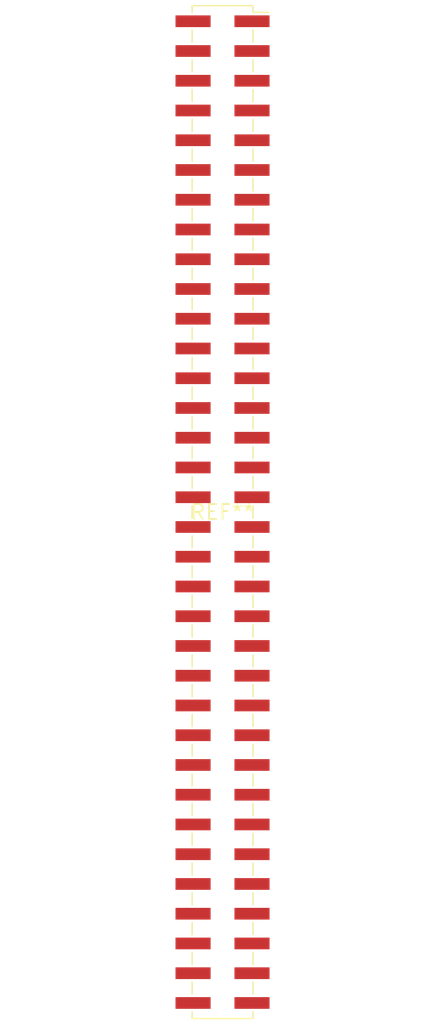
<source format=kicad_pcb>
(kicad_pcb (version 20240108) (generator pcbnew)
  (layers (0 "F.Cu" signal) (31 "B.Cu" signal) (34 "B.Paste" user) (35 "F.Paste" user) (36 "B.SilkS" user "B.Silkscreen") (37 "F.SilkS" user "F.Silkscreen") (38 "B.Mask" user) (39 "F.Mask" user) (44 "Edge.Cuts" user))
  (net 0 "")
  (footprint "PinSocket_2x34_P2.54mm_Vertical_SMD" (layer "F.Cu") (at 0 0)
    (property "Reference" "REF**")
    (property "Value" "PinSocket_2x34_P2.54mm_Vertical_SMD")
    (fp_line (start -2.6 -43.24) (end -2.6 -42.67) (layer "F.SilkS") (stroke (width 0.12)))
    (fp_line (start -2.6 -43.24) (end 2.6 -43.24) (layer "F.SilkS") (stroke (width 0.12)))
    (fp_line (start -2.6 -41.15) (end -2.6 -40.13) (layer "F.SilkS") (stroke (width 0.12)))
    (fp_line (start -2.6 -38.61) (end -2.6 -37.59) (layer "F.SilkS") (stroke (width 0.12)))
    (fp_line (start -2.6 -36.07) (end -2.6 -35.05) (layer "F.SilkS") (stroke (width 0.12)))
    (fp_line (start -2.6 -33.53) (end -2.6 -32.51) (layer "F.SilkS") (stroke (width 0.12)))
    (fp_line (start -2.6 -30.99) (end -2.6 -29.97) (layer "F.SilkS") (stroke (width 0.12)))
    (fp_line (start -2.6 -28.45) (end -2.6 -27.43) (layer "F.SilkS") (stroke (width 0.12)))
    (fp_line (start -2.6 -25.91) (end -2.6 -24.89) (layer "F.SilkS") (stroke (width 0.12)))
    (fp_line (start -2.6 -23.37) (end -2.6 -22.35) (layer "F.SilkS") (stroke (width 0.12)))
    (fp_line (start -2.6 -20.83) (end -2.6 -19.81) (layer "F.SilkS") (stroke (width 0.12)))
    (fp_line (start -2.6 -18.29) (end -2.6 -17.27) (layer "F.SilkS") (stroke (width 0.12)))
    (fp_line (start -2.6 -15.75) (end -2.6 -14.73) (layer "F.SilkS") (stroke (width 0.12)))
    (fp_line (start -2.6 -13.21) (end -2.6 -12.19) (layer "F.SilkS") (stroke (width 0.12)))
    (fp_line (start -2.6 -10.67) (end -2.6 -9.65) (layer "F.SilkS") (stroke (width 0.12)))
    (fp_line (start -2.6 -8.13) (end -2.6 -7.11) (layer "F.SilkS") (stroke (width 0.12)))
    (fp_line (start -2.6 -5.59) (end -2.6 -4.57) (layer "F.SilkS") (stroke (width 0.12)))
    (fp_line (start -2.6 -3.05) (end -2.6 -2.03) (layer "F.SilkS") (stroke (width 0.12)))
    (fp_line (start -2.6 -0.51) (end -2.6 0.51) (layer "F.SilkS") (stroke (width 0.12)))
    (fp_line (start -2.6 2.03) (end -2.6 3.05) (layer "F.SilkS") (stroke (width 0.12)))
    (fp_line (start -2.6 4.57) (end -2.6 5.59) (layer "F.SilkS") (stroke (width 0.12)))
    (fp_line (start -2.6 7.11) (end -2.6 8.13) (layer "F.SilkS") (stroke (width 0.12)))
    (fp_line (start -2.6 9.65) (end -2.6 10.67) (layer "F.SilkS") (stroke (width 0.12)))
    (fp_line (start -2.6 12.19) (end -2.6 13.21) (layer "F.SilkS") (stroke (width 0.12)))
    (fp_line (start -2.6 14.73) (end -2.6 15.75) (layer "F.SilkS") (stroke (width 0.12)))
    (fp_line (start -2.6 17.27) (end -2.6 18.29) (layer "F.SilkS") (stroke (width 0.12)))
    (fp_line (start -2.6 19.81) (end -2.6 20.83) (layer "F.SilkS") (stroke (width 0.12)))
    (fp_line (start -2.6 22.35) (end -2.6 23.37) (layer "F.SilkS") (stroke (width 0.12)))
    (fp_line (start -2.6 24.89) (end -2.6 25.91) (layer "F.SilkS") (stroke (width 0.12)))
    (fp_line (start -2.6 27.43) (end -2.6 28.45) (layer "F.SilkS") (stroke (width 0.12)))
    (fp_line (start -2.6 29.97) (end -2.6 30.99) (layer "F.SilkS") (stroke (width 0.12)))
    (fp_line (start -2.6 32.51) (end -2.6 33.53) (layer "F.SilkS") (stroke (width 0.12)))
    (fp_line (start -2.6 35.05) (end -2.6 36.07) (layer "F.SilkS") (stroke (width 0.12)))
    (fp_line (start -2.6 37.59) (end -2.6 38.61) (layer "F.SilkS") (stroke (width 0.12)))
    (fp_line (start -2.6 40.13) (end -2.6 41.15) (layer "F.SilkS") (stroke (width 0.12)))
    (fp_line (start -2.6 42.67) (end -2.6 43.24) (layer "F.SilkS") (stroke (width 0.12)))
    (fp_line (start -2.6 43.24) (end 2.6 43.24) (layer "F.SilkS") (stroke (width 0.12)))
    (fp_line (start 2.6 -43.24) (end 2.6 -42.67) (layer "F.SilkS") (stroke (width 0.12)))
    (fp_line (start 2.6 -42.67) (end 3.96 -42.67) (layer "F.SilkS") (stroke (width 0.12)))
    (fp_line (start 2.6 -41.15) (end 2.6 -40.13) (layer "F.SilkS") (stroke (width 0.12)))
    (fp_line (start 2.6 -38.61) (end 2.6 -37.59) (layer "F.SilkS") (stroke (width 0.12)))
    (fp_line (start 2.6 -36.07) (end 2.6 -35.05) (layer "F.SilkS") (stroke (width 0.12)))
    (fp_line (start 2.6 -33.53) (end 2.6 -32.51) (layer "F.SilkS") (stroke (width 0.12)))
    (fp_line (start 2.6 -30.99) (end 2.6 -29.97) (layer "F.SilkS") (stroke (width 0.12)))
    (fp_line (start 2.6 -28.45) (end 2.6 -27.43) (layer "F.SilkS") (stroke (width 0.12)))
    (fp_line (start 2.6 -25.91) (end 2.6 -24.89) (layer "F.SilkS") (stroke (width 0.12)))
    (fp_line (start 2.6 -23.37) (end 2.6 -22.35) (layer "F.SilkS") (stroke (width 0.12)))
    (fp_line (start 2.6 -20.83) (end 2.6 -19.81) (layer "F.SilkS") (stroke (width 0.12)))
    (fp_line (start 2.6 -18.29) (end 2.6 -17.27) (layer "F.SilkS") (stroke (width 0.12)))
    (fp_line (start 2.6 -15.75) (end 2.6 -14.73) (layer "F.SilkS") (stroke (width 0.12)))
    (fp_line (start 2.6 -13.21) (end 2.6 -12.19) (layer "F.SilkS") (stroke (width 0.12)))
    (fp_line (start 2.6 -10.67) (end 2.6 -9.65) (layer "F.SilkS") (stroke (width 0.12)))
    (fp_line (start 2.6 -8.13) (end 2.6 -7.11) (layer "F.SilkS") (stroke (width 0.12)))
    (fp_line (start 2.6 -5.59) (end 2.6 -4.57) (layer "F.SilkS") (stroke (width 0.12)))
    (fp_line (start 2.6 -3.05) (end 2.6 -2.03) (layer "F.SilkS") (stroke (width 0.12)))
    (fp_line (start 2.6 -0.51) (end 2.6 0.51) (layer "F.SilkS") (stroke (width 0.12)))
    (fp_line (start 2.6 2.03) (end 2.6 3.05) (layer "F.SilkS") (stroke (width 0.12)))
    (fp_line (start 2.6 4.57) (end 2.6 5.59) (layer "F.SilkS") (stroke (width 0.12)))
    (fp_line (start 2.6 7.11) (end 2.6 8.13) (layer "F.SilkS") (stroke (width 0.12)))
    (fp_line (start 2.6 9.65) (end 2.6 10.67) (layer "F.SilkS") (stroke (width 0.12)))
    (fp_line (start 2.6 12.19) (end 2.6 13.21) (layer "F.SilkS") (stroke (width 0.12)))
    (fp_line (start 2.6 14.73) (end 2.6 15.75) (layer "F.SilkS") (stroke (width 0.12)))
    (fp_line (start 2.6 17.27) (end 2.6 18.29) (layer "F.SilkS") (stroke (width 0.12)))
    (fp_line (start 2.6 19.81) (end 2.6 20.83) (layer "F.SilkS") (stroke (width 0.12)))
    (fp_line (start 2.6 22.35) (end 2.6 23.37) (layer "F.SilkS") (stroke (width 0.12)))
    (fp_line (start 2.6 24.89) (end 2.6 25.91) (layer "F.SilkS") (stroke (width 0.12)))
    (fp_line (start 2.6 27.43) (end 2.6 28.45) (layer "F.SilkS") (stroke (width 0.12)))
    (fp_line (start 2.6 29.97) (end 2.6 30.99) (layer "F.SilkS") (stroke (width 0.12)))
    (fp_line (start 2.6 32.51) (end 2.6 33.53) (layer "F.SilkS") (stroke (width 0.12)))
    (fp_line (start 2.6 35.05) (end 2.6 36.07) (layer "F.SilkS") (stroke (width 0.12)))
    (fp_line (start 2.6 37.59) (end 2.6 38.61) (layer "F.SilkS") (stroke (width 0.12)))
    (fp_line (start 2.6 40.13) (end 2.6 41.15) (layer "F.SilkS") (stroke (width 0.12)))
    (fp_line (start 2.6 42.67) (end 2.6 43.24) (layer "F.SilkS") (stroke (width 0.12)))
    (pad "1" smd rect (at 2.52 -41.91) (size 3 1) (layers "F.Cu" "F.Paste" "F.Mask"))
    (pad "2" smd rect (at -2.52 -41.91) (size 3 1) (layers "F.Cu" "F.Paste" "F.Mask"))
    (pad "3" smd rect (at 2.52 -39.37) (size 3 1) (layers "F.Cu" "F.Paste" "F.Mask"))
    (pad "4" smd rect (at -2.52 -39.37) (size 3 1) (layers "F.Cu" "F.Paste" "F.Mask"))
    (pad "5" smd rect (at 2.52 -36.83) (size 3 1) (layers "F.Cu" "F.Paste" "F.Mask"))
    (pad "6" smd rect (at -2.52 -36.83) (size 3 1) (layers "F.Cu" "F.Paste" "F.Mask"))
    (pad "7" smd rect (at 2.52 -34.29) (size 3 1) (layers "F.Cu" "F.Paste" "F.Mask"))
    (pad "8" smd rect (at -2.52 -34.29) (size 3 1) (layers "F.Cu" "F.Paste" "F.Mask"))
    (pad "9" smd rect (at 2.52 -31.75) (size 3 1) (layers "F.Cu" "F.Paste" "F.Mask"))
    (pad "10" smd rect (at -2.52 -31.75) (size 3 1) (layers "F.Cu" "F.Paste" "F.Mask"))
    (pad "11" smd rect (at 2.52 -29.21) (size 3 1) (layers "F.Cu" "F.Paste" "F.Mask"))
    (pad "12" smd rect (at -2.52 -29.21) (size 3 1) (layers "F.Cu" "F.Paste" "F.Mask"))
    (pad "13" smd rect (at 2.52 -26.67) (size 3 1) (layers "F.Cu" "F.Paste" "F.Mask"))
    (pad "14" smd rect (at -2.52 -26.67) (size 3 1) (layers "F.Cu" "F.Paste" "F.Mask"))
    (pad "15" smd rect (at 2.52 -24.13) (size 3 1) (layers "F.Cu" "F.Paste" "F.Mask"))
    (pad "16" smd rect (at -2.52 -24.13) (size 3 1) (layers "F.Cu" "F.Paste" "F.Mask"))
    (pad "17" smd rect (at 2.52 -21.59) (size 3 1) (layers "F.Cu" "F.Paste" "F.Mask"))
    (pad "18" smd rect (at -2.52 -21.59) (size 3 1) (layers "F.Cu" "F.Paste" "F.Mask"))
    (pad "19" smd rect (at 2.52 -19.05) (size 3 1) (layers "F.Cu" "F.Paste" "F.Mask"))
    (pad "20" smd rect (at -2.52 -19.05) (size 3 1) (layers "F.Cu" "F.Paste" "F.Mask"))
    (pad "21" smd rect (at 2.52 -16.51) (size 3 1) (layers "F.Cu" "F.Paste" "F.Mask"))
    (pad "22" smd rect (at -2.52 -16.51) (size 3 1) (layers "F.Cu" "F.Paste" "F.Mask"))
    (pad "23" smd rect (at 2.52 -13.97) (size 3 1) (layers "F.Cu" "F.Paste" "F.Mask"))
    (pad "24" smd rect (at -2.52 -13.97) (size 3 1) (layers "F.Cu" "F.Paste" "F.Mask"))
    (pad "25" smd rect (at 2.52 -11.43) (size 3 1) (layers "F.Cu" "F.Paste" "F.Mask"))
    (pad "26" smd rect (at -2.52 -11.43) (size 3 1) (layers "F.Cu" "F.Paste" "F.Mask"))
    (pad "27" smd rect (at 2.52 -8.89) (size 3 1) (layers "F.Cu" "F.Paste" "F.Mask"))
    (pad "28" smd rect (at -2.52 -8.89) (size 3 1) (layers "F.Cu" "F.Paste" "F.Mask"))
    (pad "29" smd rect (at 2.52 -6.35) (size 3 1) (layers "F.Cu" "F.Paste" "F.Mask"))
    (pad "30" smd rect (at -2.52 -6.35) (size 3 1) (layers "F.Cu" "F.Paste" "F.Mask"))
    (pad "31" smd rect (at 2.52 -3.81) (size 3 1) (layers "F.Cu" "F.Paste" "F.Mask"))
    (pad "32" smd rect (at -2.52 -3.81) (size 3 1) (layers "F.Cu" "F.Paste" "F.Mask"))
    (pad "33" smd rect (at 2.52 -1.27) (size 3 1) (layers "F.Cu" "F.Paste" "F.Mask"))
    (pad "34" smd rect (at -2.52 -1.27) (size 3 1) (layers "F.Cu" "F.Paste" "F.Mask"))
    (pad "35" smd rect (at 2.52 1.27) (size 3 1) (layers "F.Cu" "F.Paste" "F.Mask"))
    (pad "36" smd rect (at -2.52 1.27) (size 3 1) (layers "F.Cu" "F.Paste" "F.Mask"))
    (pad "37" smd rect (at 2.52 3.81) (size 3 1) (layers "F.Cu" "F.Paste" "F.Mask"))
    (pad "38" smd rect (at -2.52 3.81) (size 3 1) (layers "F.Cu" "F.Paste" "F.Mask"))
    (pad "39" smd rect (at 2.52 6.35) (size 3 1) (layers "F.Cu" "F.Paste" "F.Mask"))
    (pad "40" smd rect (at -2.52 6.35) (size 3 1) (layers "F.Cu" "F.Paste" "F.Mask"))
    (pad "41" smd rect (at 2.52 8.89) (size 3 1) (layers "F.Cu" "F.Paste" "F.Mask"))
    (pad "42" smd rect (at -2.52 8.89) (size 3 1) (layers "F.Cu" "F.Paste" "F.Mask"))
    (pad "43" smd rect (at 2.52 11.43) (size 3 1) (layers "F.Cu" "F.Paste" "F.Mask"))
    (pad "44" smd rect (at -2.52 11.43) (size 3 1) (layers "F.Cu" "F.Paste" "F.Mask"))
    (pad "45" smd rect (at 2.52 13.97) (size 3 1) (layers "F.Cu" "F.Paste" "F.Mask"))
    (pad "46" smd rect (at -2.52 13.97) (size 3 1) (layers "F.Cu" "F.Paste" "F.Mask"))
    (pad "47" smd rect (at 2.52 16.51) (size 3 1) (layers "F.Cu" "F.Paste" "F.Mask"))
    (pad "48" smd rect (at -2.52 16.51) (size 3 1) (layers "F.Cu" "F.Paste" "F.Mask"))
    (pad "49" smd rect (at 2.52 19.05) (size 3 1) (layers "F.Cu" "F.Paste" "F.Mask"))
    (pad "50" smd rect (at -2.52 19.05) (size 3 1) (layers "F.Cu" "F.Paste" "F.Mask"))
    (pad "51" smd rect (at 2.52 21.59) (size 3 1) (layers "F.Cu" "F.Paste" "F.Mask"))
    (pad "52" smd rect (at -2.52 21.59) (size 3 1) (layers "F.Cu" "F.Paste" "F.Mask"))
    (pad "53" smd rect (at 2.52 24.13) (size 3 1) (layers "F.Cu" "F.Paste" "F.Mask"))
    (pad "54" smd rect (at -2.52 24.13) (size 3 1) (layers "F.Cu" "F.Paste" "F.Mask"))
    (pad "55" smd rect (at 2.52 26.67) (size 3 1) (layers "F.Cu" "F.Paste" "F.Mask"))
    (pad "56" smd rect (at -2.52 26.67) (size 3 1) (layers "F.Cu" "F.Paste" "F.Mask"))
    (pad "57" smd rect (at 2.52 29.21) (size 3 1) (layers "F.Cu" "F.Paste" "F.Mask"))
    (pad "58" smd rect (at -2.52 29.21) (size 3 1) (layers "F.Cu" "F.Paste" "F.Mask"))
    (pad "59" smd rect (at 2.52 31.75) (size 3 1) (layers "F.Cu" "F.Paste" "F.Mask"))
    (pad "60" smd rect (at -2.52 31.75) (size 3 1) (layers "F.Cu" "F.Paste" "F.Mask"))
    (pad "61" smd rect (at 2.52 34.29) (size 3 1) (layers "F.Cu" "F.Paste" "F.Mask"))
    (pad "62" smd rect (at -2.52 34.29) (size 3 1) (layers "F.Cu" "F.Paste" "F.Mask"))
    (pad "63" smd rect (at 2.52 36.83) (size 3 1) (layers "F.Cu" "F.Paste" "F.Mask"))
    (pad "64" smd rect (at -2.52 36.83) (size 3 1) (layers "F.Cu" "F.Paste" "F.Mask"))
    (pad "65" smd rect (at 2.52 39.37) (size 3 1) (layers "F.Cu" "F.Paste" "F.Mask"))
    (pad "66" smd rect (at -2.52 39.37) (size 3 1) (layers "F.Cu" "F.Paste" "F.Mask"))
    (pad "67" smd rect (at 2.52 41.91) (size 3 1) (layers "F.Cu" "F.Paste" "F.Mask"))
    (pad "68" smd rect (at -2.52 41.91) (size 3 1) (layers "F.Cu" "F.Paste" "F.Mask"))
  )
)
</source>
